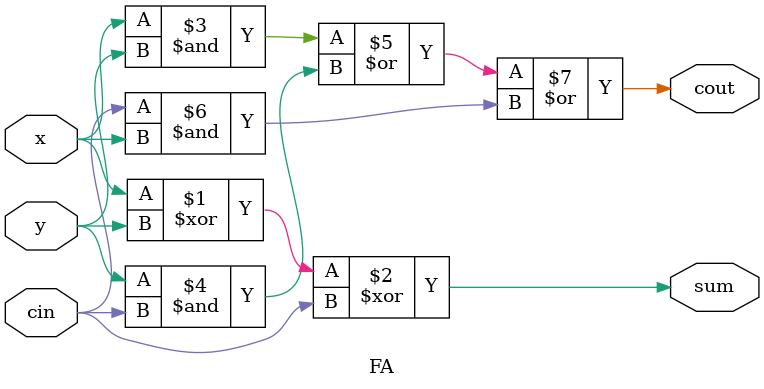
<source format=v>
module top_module (
    input [3:0] x,
    input [3:0] y, 
    output [4:0] sum);
    wire [3:0] cout;
    
    FA f1(x[0],y[0],0,cout[0],sum[0]);
    FA f2(x[1],y[1],cout[0],cout[1],sum[1]);
    FA f3(x[2],y[2],cout[1],cout[2],sum[2]);
    FA f4(x[3],y[3],cout[2],sum[4],sum[3]);    

endmodule

module FA(
    input x, y,
    input cin,
    output cout, sum);
    assign sum = x ^ y ^ cin;
    assign cout = (x & y) | (y & cin) | (cin & x);
endmodule

</source>
